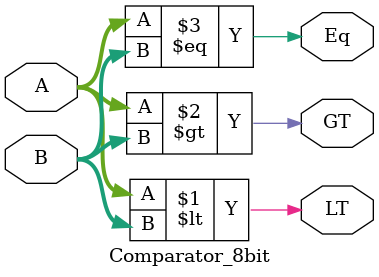
<source format=v>
`timescale 1ns / 1ps


module Comparator_8bit(LT, GT, Eq, A, B);
input [7:0] A, B;
output LT, GT, Eq;

assign LT = A < B;
assign GT = A > B;
assign Eq = A == B;

endmodule

</source>
